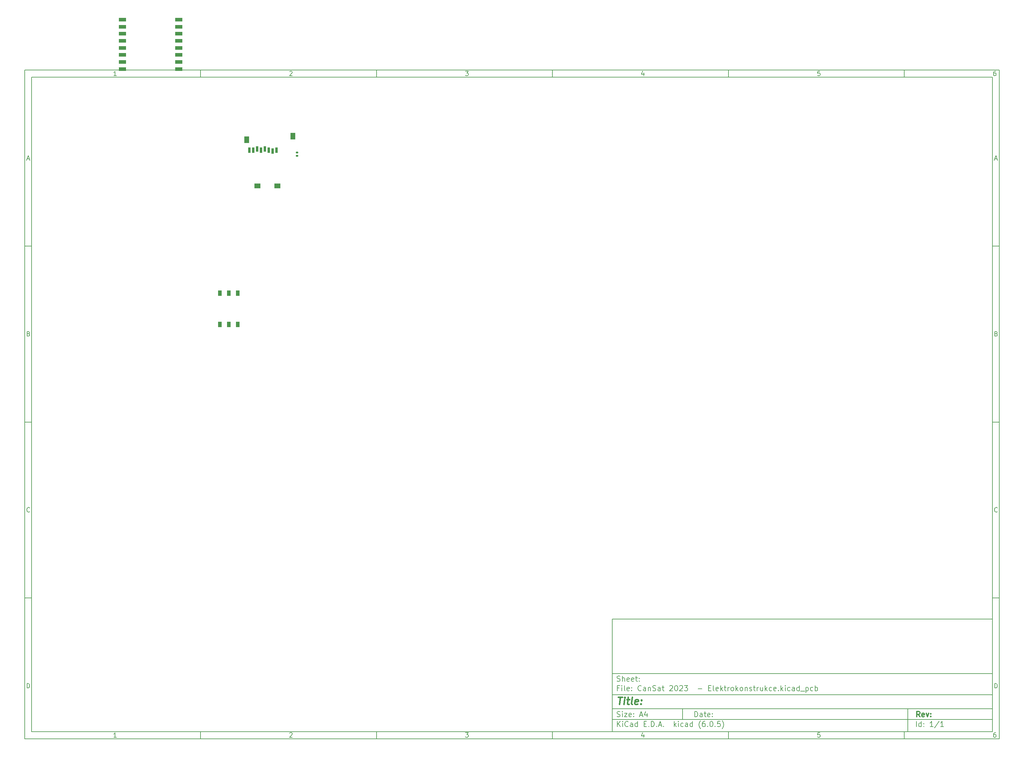
<source format=gbr>
%TF.GenerationSoftware,KiCad,Pcbnew,(6.0.5)*%
%TF.CreationDate,2022-11-07T11:26:13+01:00*%
%TF.ProjectId,CanSat 2023  - Elektrokonstrukce,43616e53-6174-4203-9230-323320202d20,rev?*%
%TF.SameCoordinates,Original*%
%TF.FileFunction,Paste,Bot*%
%TF.FilePolarity,Positive*%
%FSLAX46Y46*%
G04 Gerber Fmt 4.6, Leading zero omitted, Abs format (unit mm)*
G04 Created by KiCad (PCBNEW (6.0.5)) date 2022-11-07 11:26:13*
%MOMM*%
%LPD*%
G01*
G04 APERTURE LIST*
G04 Aperture macros list*
%AMRoundRect*
0 Rectangle with rounded corners*
0 $1 Rounding radius*
0 $2 $3 $4 $5 $6 $7 $8 $9 X,Y pos of 4 corners*
0 Add a 4 corners polygon primitive as box body*
4,1,4,$2,$3,$4,$5,$6,$7,$8,$9,$2,$3,0*
0 Add four circle primitives for the rounded corners*
1,1,$1+$1,$2,$3*
1,1,$1+$1,$4,$5*
1,1,$1+$1,$6,$7*
1,1,$1+$1,$8,$9*
0 Add four rect primitives between the rounded corners*
20,1,$1+$1,$2,$3,$4,$5,0*
20,1,$1+$1,$4,$5,$6,$7,0*
20,1,$1+$1,$6,$7,$8,$9,0*
20,1,$1+$1,$8,$9,$2,$3,0*%
G04 Aperture macros list end*
%ADD10C,0.100000*%
%ADD11C,0.150000*%
%ADD12C,0.300000*%
%ADD13C,0.400000*%
%ADD14R,0.800000X1.500000*%
%ADD15R,1.800000X1.400000*%
%ADD16R,1.450000X1.900000*%
%ADD17RoundRect,0.140000X-0.170000X0.140000X-0.170000X-0.140000X0.170000X-0.140000X0.170000X0.140000X0*%
%ADD18R,1.100000X1.500000*%
%ADD19R,2.000000X1.000000*%
G04 APERTURE END LIST*
D10*
D11*
X177002200Y-166007200D02*
X177002200Y-198007200D01*
X285002200Y-198007200D01*
X285002200Y-166007200D01*
X177002200Y-166007200D01*
D10*
D11*
X10000000Y-10000000D02*
X10000000Y-200007200D01*
X287002200Y-200007200D01*
X287002200Y-10000000D01*
X10000000Y-10000000D01*
D10*
D11*
X12000000Y-12000000D02*
X12000000Y-198007200D01*
X285002200Y-198007200D01*
X285002200Y-12000000D01*
X12000000Y-12000000D01*
D10*
D11*
X60000000Y-12000000D02*
X60000000Y-10000000D01*
D10*
D11*
X110000000Y-12000000D02*
X110000000Y-10000000D01*
D10*
D11*
X160000000Y-12000000D02*
X160000000Y-10000000D01*
D10*
D11*
X210000000Y-12000000D02*
X210000000Y-10000000D01*
D10*
D11*
X260000000Y-12000000D02*
X260000000Y-10000000D01*
D10*
D11*
X36065476Y-11588095D02*
X35322619Y-11588095D01*
X35694047Y-11588095D02*
X35694047Y-10288095D01*
X35570238Y-10473809D01*
X35446428Y-10597619D01*
X35322619Y-10659523D01*
D10*
D11*
X85322619Y-10411904D02*
X85384523Y-10350000D01*
X85508333Y-10288095D01*
X85817857Y-10288095D01*
X85941666Y-10350000D01*
X86003571Y-10411904D01*
X86065476Y-10535714D01*
X86065476Y-10659523D01*
X86003571Y-10845238D01*
X85260714Y-11588095D01*
X86065476Y-11588095D01*
D10*
D11*
X135260714Y-10288095D02*
X136065476Y-10288095D01*
X135632142Y-10783333D01*
X135817857Y-10783333D01*
X135941666Y-10845238D01*
X136003571Y-10907142D01*
X136065476Y-11030952D01*
X136065476Y-11340476D01*
X136003571Y-11464285D01*
X135941666Y-11526190D01*
X135817857Y-11588095D01*
X135446428Y-11588095D01*
X135322619Y-11526190D01*
X135260714Y-11464285D01*
D10*
D11*
X185941666Y-10721428D02*
X185941666Y-11588095D01*
X185632142Y-10226190D02*
X185322619Y-11154761D01*
X186127380Y-11154761D01*
D10*
D11*
X236003571Y-10288095D02*
X235384523Y-10288095D01*
X235322619Y-10907142D01*
X235384523Y-10845238D01*
X235508333Y-10783333D01*
X235817857Y-10783333D01*
X235941666Y-10845238D01*
X236003571Y-10907142D01*
X236065476Y-11030952D01*
X236065476Y-11340476D01*
X236003571Y-11464285D01*
X235941666Y-11526190D01*
X235817857Y-11588095D01*
X235508333Y-11588095D01*
X235384523Y-11526190D01*
X235322619Y-11464285D01*
D10*
D11*
X285941666Y-10288095D02*
X285694047Y-10288095D01*
X285570238Y-10350000D01*
X285508333Y-10411904D01*
X285384523Y-10597619D01*
X285322619Y-10845238D01*
X285322619Y-11340476D01*
X285384523Y-11464285D01*
X285446428Y-11526190D01*
X285570238Y-11588095D01*
X285817857Y-11588095D01*
X285941666Y-11526190D01*
X286003571Y-11464285D01*
X286065476Y-11340476D01*
X286065476Y-11030952D01*
X286003571Y-10907142D01*
X285941666Y-10845238D01*
X285817857Y-10783333D01*
X285570238Y-10783333D01*
X285446428Y-10845238D01*
X285384523Y-10907142D01*
X285322619Y-11030952D01*
D10*
D11*
X60000000Y-198007200D02*
X60000000Y-200007200D01*
D10*
D11*
X110000000Y-198007200D02*
X110000000Y-200007200D01*
D10*
D11*
X160000000Y-198007200D02*
X160000000Y-200007200D01*
D10*
D11*
X210000000Y-198007200D02*
X210000000Y-200007200D01*
D10*
D11*
X260000000Y-198007200D02*
X260000000Y-200007200D01*
D10*
D11*
X36065476Y-199595295D02*
X35322619Y-199595295D01*
X35694047Y-199595295D02*
X35694047Y-198295295D01*
X35570238Y-198481009D01*
X35446428Y-198604819D01*
X35322619Y-198666723D01*
D10*
D11*
X85322619Y-198419104D02*
X85384523Y-198357200D01*
X85508333Y-198295295D01*
X85817857Y-198295295D01*
X85941666Y-198357200D01*
X86003571Y-198419104D01*
X86065476Y-198542914D01*
X86065476Y-198666723D01*
X86003571Y-198852438D01*
X85260714Y-199595295D01*
X86065476Y-199595295D01*
D10*
D11*
X135260714Y-198295295D02*
X136065476Y-198295295D01*
X135632142Y-198790533D01*
X135817857Y-198790533D01*
X135941666Y-198852438D01*
X136003571Y-198914342D01*
X136065476Y-199038152D01*
X136065476Y-199347676D01*
X136003571Y-199471485D01*
X135941666Y-199533390D01*
X135817857Y-199595295D01*
X135446428Y-199595295D01*
X135322619Y-199533390D01*
X135260714Y-199471485D01*
D10*
D11*
X185941666Y-198728628D02*
X185941666Y-199595295D01*
X185632142Y-198233390D02*
X185322619Y-199161961D01*
X186127380Y-199161961D01*
D10*
D11*
X236003571Y-198295295D02*
X235384523Y-198295295D01*
X235322619Y-198914342D01*
X235384523Y-198852438D01*
X235508333Y-198790533D01*
X235817857Y-198790533D01*
X235941666Y-198852438D01*
X236003571Y-198914342D01*
X236065476Y-199038152D01*
X236065476Y-199347676D01*
X236003571Y-199471485D01*
X235941666Y-199533390D01*
X235817857Y-199595295D01*
X235508333Y-199595295D01*
X235384523Y-199533390D01*
X235322619Y-199471485D01*
D10*
D11*
X285941666Y-198295295D02*
X285694047Y-198295295D01*
X285570238Y-198357200D01*
X285508333Y-198419104D01*
X285384523Y-198604819D01*
X285322619Y-198852438D01*
X285322619Y-199347676D01*
X285384523Y-199471485D01*
X285446428Y-199533390D01*
X285570238Y-199595295D01*
X285817857Y-199595295D01*
X285941666Y-199533390D01*
X286003571Y-199471485D01*
X286065476Y-199347676D01*
X286065476Y-199038152D01*
X286003571Y-198914342D01*
X285941666Y-198852438D01*
X285817857Y-198790533D01*
X285570238Y-198790533D01*
X285446428Y-198852438D01*
X285384523Y-198914342D01*
X285322619Y-199038152D01*
D10*
D11*
X10000000Y-60000000D02*
X12000000Y-60000000D01*
D10*
D11*
X10000000Y-110000000D02*
X12000000Y-110000000D01*
D10*
D11*
X10000000Y-160000000D02*
X12000000Y-160000000D01*
D10*
D11*
X10690476Y-35216666D02*
X11309523Y-35216666D01*
X10566666Y-35588095D02*
X11000000Y-34288095D01*
X11433333Y-35588095D01*
D10*
D11*
X11092857Y-84907142D02*
X11278571Y-84969047D01*
X11340476Y-85030952D01*
X11402380Y-85154761D01*
X11402380Y-85340476D01*
X11340476Y-85464285D01*
X11278571Y-85526190D01*
X11154761Y-85588095D01*
X10659523Y-85588095D01*
X10659523Y-84288095D01*
X11092857Y-84288095D01*
X11216666Y-84350000D01*
X11278571Y-84411904D01*
X11340476Y-84535714D01*
X11340476Y-84659523D01*
X11278571Y-84783333D01*
X11216666Y-84845238D01*
X11092857Y-84907142D01*
X10659523Y-84907142D01*
D10*
D11*
X11402380Y-135464285D02*
X11340476Y-135526190D01*
X11154761Y-135588095D01*
X11030952Y-135588095D01*
X10845238Y-135526190D01*
X10721428Y-135402380D01*
X10659523Y-135278571D01*
X10597619Y-135030952D01*
X10597619Y-134845238D01*
X10659523Y-134597619D01*
X10721428Y-134473809D01*
X10845238Y-134350000D01*
X11030952Y-134288095D01*
X11154761Y-134288095D01*
X11340476Y-134350000D01*
X11402380Y-134411904D01*
D10*
D11*
X10659523Y-185588095D02*
X10659523Y-184288095D01*
X10969047Y-184288095D01*
X11154761Y-184350000D01*
X11278571Y-184473809D01*
X11340476Y-184597619D01*
X11402380Y-184845238D01*
X11402380Y-185030952D01*
X11340476Y-185278571D01*
X11278571Y-185402380D01*
X11154761Y-185526190D01*
X10969047Y-185588095D01*
X10659523Y-185588095D01*
D10*
D11*
X287002200Y-60000000D02*
X285002200Y-60000000D01*
D10*
D11*
X287002200Y-110000000D02*
X285002200Y-110000000D01*
D10*
D11*
X287002200Y-160000000D02*
X285002200Y-160000000D01*
D10*
D11*
X285692676Y-35216666D02*
X286311723Y-35216666D01*
X285568866Y-35588095D02*
X286002200Y-34288095D01*
X286435533Y-35588095D01*
D10*
D11*
X286095057Y-84907142D02*
X286280771Y-84969047D01*
X286342676Y-85030952D01*
X286404580Y-85154761D01*
X286404580Y-85340476D01*
X286342676Y-85464285D01*
X286280771Y-85526190D01*
X286156961Y-85588095D01*
X285661723Y-85588095D01*
X285661723Y-84288095D01*
X286095057Y-84288095D01*
X286218866Y-84350000D01*
X286280771Y-84411904D01*
X286342676Y-84535714D01*
X286342676Y-84659523D01*
X286280771Y-84783333D01*
X286218866Y-84845238D01*
X286095057Y-84907142D01*
X285661723Y-84907142D01*
D10*
D11*
X286404580Y-135464285D02*
X286342676Y-135526190D01*
X286156961Y-135588095D01*
X286033152Y-135588095D01*
X285847438Y-135526190D01*
X285723628Y-135402380D01*
X285661723Y-135278571D01*
X285599819Y-135030952D01*
X285599819Y-134845238D01*
X285661723Y-134597619D01*
X285723628Y-134473809D01*
X285847438Y-134350000D01*
X286033152Y-134288095D01*
X286156961Y-134288095D01*
X286342676Y-134350000D01*
X286404580Y-134411904D01*
D10*
D11*
X285661723Y-185588095D02*
X285661723Y-184288095D01*
X285971247Y-184288095D01*
X286156961Y-184350000D01*
X286280771Y-184473809D01*
X286342676Y-184597619D01*
X286404580Y-184845238D01*
X286404580Y-185030952D01*
X286342676Y-185278571D01*
X286280771Y-185402380D01*
X286156961Y-185526190D01*
X285971247Y-185588095D01*
X285661723Y-185588095D01*
D10*
D11*
X200434342Y-193785771D02*
X200434342Y-192285771D01*
X200791485Y-192285771D01*
X201005771Y-192357200D01*
X201148628Y-192500057D01*
X201220057Y-192642914D01*
X201291485Y-192928628D01*
X201291485Y-193142914D01*
X201220057Y-193428628D01*
X201148628Y-193571485D01*
X201005771Y-193714342D01*
X200791485Y-193785771D01*
X200434342Y-193785771D01*
X202577200Y-193785771D02*
X202577200Y-193000057D01*
X202505771Y-192857200D01*
X202362914Y-192785771D01*
X202077200Y-192785771D01*
X201934342Y-192857200D01*
X202577200Y-193714342D02*
X202434342Y-193785771D01*
X202077200Y-193785771D01*
X201934342Y-193714342D01*
X201862914Y-193571485D01*
X201862914Y-193428628D01*
X201934342Y-193285771D01*
X202077200Y-193214342D01*
X202434342Y-193214342D01*
X202577200Y-193142914D01*
X203077200Y-192785771D02*
X203648628Y-192785771D01*
X203291485Y-192285771D02*
X203291485Y-193571485D01*
X203362914Y-193714342D01*
X203505771Y-193785771D01*
X203648628Y-193785771D01*
X204720057Y-193714342D02*
X204577200Y-193785771D01*
X204291485Y-193785771D01*
X204148628Y-193714342D01*
X204077200Y-193571485D01*
X204077200Y-193000057D01*
X204148628Y-192857200D01*
X204291485Y-192785771D01*
X204577200Y-192785771D01*
X204720057Y-192857200D01*
X204791485Y-193000057D01*
X204791485Y-193142914D01*
X204077200Y-193285771D01*
X205434342Y-193642914D02*
X205505771Y-193714342D01*
X205434342Y-193785771D01*
X205362914Y-193714342D01*
X205434342Y-193642914D01*
X205434342Y-193785771D01*
X205434342Y-192857200D02*
X205505771Y-192928628D01*
X205434342Y-193000057D01*
X205362914Y-192928628D01*
X205434342Y-192857200D01*
X205434342Y-193000057D01*
D10*
D11*
X177002200Y-194507200D02*
X285002200Y-194507200D01*
D10*
D11*
X178434342Y-196585771D02*
X178434342Y-195085771D01*
X179291485Y-196585771D02*
X178648628Y-195728628D01*
X179291485Y-195085771D02*
X178434342Y-195942914D01*
X179934342Y-196585771D02*
X179934342Y-195585771D01*
X179934342Y-195085771D02*
X179862914Y-195157200D01*
X179934342Y-195228628D01*
X180005771Y-195157200D01*
X179934342Y-195085771D01*
X179934342Y-195228628D01*
X181505771Y-196442914D02*
X181434342Y-196514342D01*
X181220057Y-196585771D01*
X181077200Y-196585771D01*
X180862914Y-196514342D01*
X180720057Y-196371485D01*
X180648628Y-196228628D01*
X180577200Y-195942914D01*
X180577200Y-195728628D01*
X180648628Y-195442914D01*
X180720057Y-195300057D01*
X180862914Y-195157200D01*
X181077200Y-195085771D01*
X181220057Y-195085771D01*
X181434342Y-195157200D01*
X181505771Y-195228628D01*
X182791485Y-196585771D02*
X182791485Y-195800057D01*
X182720057Y-195657200D01*
X182577200Y-195585771D01*
X182291485Y-195585771D01*
X182148628Y-195657200D01*
X182791485Y-196514342D02*
X182648628Y-196585771D01*
X182291485Y-196585771D01*
X182148628Y-196514342D01*
X182077200Y-196371485D01*
X182077200Y-196228628D01*
X182148628Y-196085771D01*
X182291485Y-196014342D01*
X182648628Y-196014342D01*
X182791485Y-195942914D01*
X184148628Y-196585771D02*
X184148628Y-195085771D01*
X184148628Y-196514342D02*
X184005771Y-196585771D01*
X183720057Y-196585771D01*
X183577200Y-196514342D01*
X183505771Y-196442914D01*
X183434342Y-196300057D01*
X183434342Y-195871485D01*
X183505771Y-195728628D01*
X183577200Y-195657200D01*
X183720057Y-195585771D01*
X184005771Y-195585771D01*
X184148628Y-195657200D01*
X186005771Y-195800057D02*
X186505771Y-195800057D01*
X186720057Y-196585771D02*
X186005771Y-196585771D01*
X186005771Y-195085771D01*
X186720057Y-195085771D01*
X187362914Y-196442914D02*
X187434342Y-196514342D01*
X187362914Y-196585771D01*
X187291485Y-196514342D01*
X187362914Y-196442914D01*
X187362914Y-196585771D01*
X188077200Y-196585771D02*
X188077200Y-195085771D01*
X188434342Y-195085771D01*
X188648628Y-195157200D01*
X188791485Y-195300057D01*
X188862914Y-195442914D01*
X188934342Y-195728628D01*
X188934342Y-195942914D01*
X188862914Y-196228628D01*
X188791485Y-196371485D01*
X188648628Y-196514342D01*
X188434342Y-196585771D01*
X188077200Y-196585771D01*
X189577200Y-196442914D02*
X189648628Y-196514342D01*
X189577200Y-196585771D01*
X189505771Y-196514342D01*
X189577200Y-196442914D01*
X189577200Y-196585771D01*
X190220057Y-196157200D02*
X190934342Y-196157200D01*
X190077200Y-196585771D02*
X190577200Y-195085771D01*
X191077200Y-196585771D01*
X191577200Y-196442914D02*
X191648628Y-196514342D01*
X191577200Y-196585771D01*
X191505771Y-196514342D01*
X191577200Y-196442914D01*
X191577200Y-196585771D01*
X194577200Y-196585771D02*
X194577200Y-195085771D01*
X194720057Y-196014342D02*
X195148628Y-196585771D01*
X195148628Y-195585771D02*
X194577200Y-196157200D01*
X195791485Y-196585771D02*
X195791485Y-195585771D01*
X195791485Y-195085771D02*
X195720057Y-195157200D01*
X195791485Y-195228628D01*
X195862914Y-195157200D01*
X195791485Y-195085771D01*
X195791485Y-195228628D01*
X197148628Y-196514342D02*
X197005771Y-196585771D01*
X196720057Y-196585771D01*
X196577200Y-196514342D01*
X196505771Y-196442914D01*
X196434342Y-196300057D01*
X196434342Y-195871485D01*
X196505771Y-195728628D01*
X196577200Y-195657200D01*
X196720057Y-195585771D01*
X197005771Y-195585771D01*
X197148628Y-195657200D01*
X198434342Y-196585771D02*
X198434342Y-195800057D01*
X198362914Y-195657200D01*
X198220057Y-195585771D01*
X197934342Y-195585771D01*
X197791485Y-195657200D01*
X198434342Y-196514342D02*
X198291485Y-196585771D01*
X197934342Y-196585771D01*
X197791485Y-196514342D01*
X197720057Y-196371485D01*
X197720057Y-196228628D01*
X197791485Y-196085771D01*
X197934342Y-196014342D01*
X198291485Y-196014342D01*
X198434342Y-195942914D01*
X199791485Y-196585771D02*
X199791485Y-195085771D01*
X199791485Y-196514342D02*
X199648628Y-196585771D01*
X199362914Y-196585771D01*
X199220057Y-196514342D01*
X199148628Y-196442914D01*
X199077200Y-196300057D01*
X199077200Y-195871485D01*
X199148628Y-195728628D01*
X199220057Y-195657200D01*
X199362914Y-195585771D01*
X199648628Y-195585771D01*
X199791485Y-195657200D01*
X202077200Y-197157200D02*
X202005771Y-197085771D01*
X201862914Y-196871485D01*
X201791485Y-196728628D01*
X201720057Y-196514342D01*
X201648628Y-196157200D01*
X201648628Y-195871485D01*
X201720057Y-195514342D01*
X201791485Y-195300057D01*
X201862914Y-195157200D01*
X202005771Y-194942914D01*
X202077200Y-194871485D01*
X203291485Y-195085771D02*
X203005771Y-195085771D01*
X202862914Y-195157200D01*
X202791485Y-195228628D01*
X202648628Y-195442914D01*
X202577200Y-195728628D01*
X202577200Y-196300057D01*
X202648628Y-196442914D01*
X202720057Y-196514342D01*
X202862914Y-196585771D01*
X203148628Y-196585771D01*
X203291485Y-196514342D01*
X203362914Y-196442914D01*
X203434342Y-196300057D01*
X203434342Y-195942914D01*
X203362914Y-195800057D01*
X203291485Y-195728628D01*
X203148628Y-195657200D01*
X202862914Y-195657200D01*
X202720057Y-195728628D01*
X202648628Y-195800057D01*
X202577200Y-195942914D01*
X204077200Y-196442914D02*
X204148628Y-196514342D01*
X204077200Y-196585771D01*
X204005771Y-196514342D01*
X204077200Y-196442914D01*
X204077200Y-196585771D01*
X205077200Y-195085771D02*
X205220057Y-195085771D01*
X205362914Y-195157200D01*
X205434342Y-195228628D01*
X205505771Y-195371485D01*
X205577200Y-195657200D01*
X205577200Y-196014342D01*
X205505771Y-196300057D01*
X205434342Y-196442914D01*
X205362914Y-196514342D01*
X205220057Y-196585771D01*
X205077200Y-196585771D01*
X204934342Y-196514342D01*
X204862914Y-196442914D01*
X204791485Y-196300057D01*
X204720057Y-196014342D01*
X204720057Y-195657200D01*
X204791485Y-195371485D01*
X204862914Y-195228628D01*
X204934342Y-195157200D01*
X205077200Y-195085771D01*
X206220057Y-196442914D02*
X206291485Y-196514342D01*
X206220057Y-196585771D01*
X206148628Y-196514342D01*
X206220057Y-196442914D01*
X206220057Y-196585771D01*
X207648628Y-195085771D02*
X206934342Y-195085771D01*
X206862914Y-195800057D01*
X206934342Y-195728628D01*
X207077200Y-195657200D01*
X207434342Y-195657200D01*
X207577200Y-195728628D01*
X207648628Y-195800057D01*
X207720057Y-195942914D01*
X207720057Y-196300057D01*
X207648628Y-196442914D01*
X207577200Y-196514342D01*
X207434342Y-196585771D01*
X207077200Y-196585771D01*
X206934342Y-196514342D01*
X206862914Y-196442914D01*
X208220057Y-197157200D02*
X208291485Y-197085771D01*
X208434342Y-196871485D01*
X208505771Y-196728628D01*
X208577200Y-196514342D01*
X208648628Y-196157200D01*
X208648628Y-195871485D01*
X208577200Y-195514342D01*
X208505771Y-195300057D01*
X208434342Y-195157200D01*
X208291485Y-194942914D01*
X208220057Y-194871485D01*
D10*
D11*
X177002200Y-191507200D02*
X285002200Y-191507200D01*
D10*
D12*
X264411485Y-193785771D02*
X263911485Y-193071485D01*
X263554342Y-193785771D02*
X263554342Y-192285771D01*
X264125771Y-192285771D01*
X264268628Y-192357200D01*
X264340057Y-192428628D01*
X264411485Y-192571485D01*
X264411485Y-192785771D01*
X264340057Y-192928628D01*
X264268628Y-193000057D01*
X264125771Y-193071485D01*
X263554342Y-193071485D01*
X265625771Y-193714342D02*
X265482914Y-193785771D01*
X265197200Y-193785771D01*
X265054342Y-193714342D01*
X264982914Y-193571485D01*
X264982914Y-193000057D01*
X265054342Y-192857200D01*
X265197200Y-192785771D01*
X265482914Y-192785771D01*
X265625771Y-192857200D01*
X265697200Y-193000057D01*
X265697200Y-193142914D01*
X264982914Y-193285771D01*
X266197200Y-192785771D02*
X266554342Y-193785771D01*
X266911485Y-192785771D01*
X267482914Y-193642914D02*
X267554342Y-193714342D01*
X267482914Y-193785771D01*
X267411485Y-193714342D01*
X267482914Y-193642914D01*
X267482914Y-193785771D01*
X267482914Y-192857200D02*
X267554342Y-192928628D01*
X267482914Y-193000057D01*
X267411485Y-192928628D01*
X267482914Y-192857200D01*
X267482914Y-193000057D01*
D10*
D11*
X178362914Y-193714342D02*
X178577200Y-193785771D01*
X178934342Y-193785771D01*
X179077200Y-193714342D01*
X179148628Y-193642914D01*
X179220057Y-193500057D01*
X179220057Y-193357200D01*
X179148628Y-193214342D01*
X179077200Y-193142914D01*
X178934342Y-193071485D01*
X178648628Y-193000057D01*
X178505771Y-192928628D01*
X178434342Y-192857200D01*
X178362914Y-192714342D01*
X178362914Y-192571485D01*
X178434342Y-192428628D01*
X178505771Y-192357200D01*
X178648628Y-192285771D01*
X179005771Y-192285771D01*
X179220057Y-192357200D01*
X179862914Y-193785771D02*
X179862914Y-192785771D01*
X179862914Y-192285771D02*
X179791485Y-192357200D01*
X179862914Y-192428628D01*
X179934342Y-192357200D01*
X179862914Y-192285771D01*
X179862914Y-192428628D01*
X180434342Y-192785771D02*
X181220057Y-192785771D01*
X180434342Y-193785771D01*
X181220057Y-193785771D01*
X182362914Y-193714342D02*
X182220057Y-193785771D01*
X181934342Y-193785771D01*
X181791485Y-193714342D01*
X181720057Y-193571485D01*
X181720057Y-193000057D01*
X181791485Y-192857200D01*
X181934342Y-192785771D01*
X182220057Y-192785771D01*
X182362914Y-192857200D01*
X182434342Y-193000057D01*
X182434342Y-193142914D01*
X181720057Y-193285771D01*
X183077200Y-193642914D02*
X183148628Y-193714342D01*
X183077200Y-193785771D01*
X183005771Y-193714342D01*
X183077200Y-193642914D01*
X183077200Y-193785771D01*
X183077200Y-192857200D02*
X183148628Y-192928628D01*
X183077200Y-193000057D01*
X183005771Y-192928628D01*
X183077200Y-192857200D01*
X183077200Y-193000057D01*
X184862914Y-193357200D02*
X185577200Y-193357200D01*
X184720057Y-193785771D02*
X185220057Y-192285771D01*
X185720057Y-193785771D01*
X186862914Y-192785771D02*
X186862914Y-193785771D01*
X186505771Y-192214342D02*
X186148628Y-193285771D01*
X187077200Y-193285771D01*
D10*
D11*
X263434342Y-196585771D02*
X263434342Y-195085771D01*
X264791485Y-196585771D02*
X264791485Y-195085771D01*
X264791485Y-196514342D02*
X264648628Y-196585771D01*
X264362914Y-196585771D01*
X264220057Y-196514342D01*
X264148628Y-196442914D01*
X264077200Y-196300057D01*
X264077200Y-195871485D01*
X264148628Y-195728628D01*
X264220057Y-195657200D01*
X264362914Y-195585771D01*
X264648628Y-195585771D01*
X264791485Y-195657200D01*
X265505771Y-196442914D02*
X265577200Y-196514342D01*
X265505771Y-196585771D01*
X265434342Y-196514342D01*
X265505771Y-196442914D01*
X265505771Y-196585771D01*
X265505771Y-195657200D02*
X265577200Y-195728628D01*
X265505771Y-195800057D01*
X265434342Y-195728628D01*
X265505771Y-195657200D01*
X265505771Y-195800057D01*
X268148628Y-196585771D02*
X267291485Y-196585771D01*
X267720057Y-196585771D02*
X267720057Y-195085771D01*
X267577200Y-195300057D01*
X267434342Y-195442914D01*
X267291485Y-195514342D01*
X269862914Y-195014342D02*
X268577200Y-196942914D01*
X271148628Y-196585771D02*
X270291485Y-196585771D01*
X270720057Y-196585771D02*
X270720057Y-195085771D01*
X270577200Y-195300057D01*
X270434342Y-195442914D01*
X270291485Y-195514342D01*
D10*
D11*
X177002200Y-187507200D02*
X285002200Y-187507200D01*
D10*
D13*
X178714580Y-188211961D02*
X179857438Y-188211961D01*
X179036009Y-190211961D02*
X179286009Y-188211961D01*
X180274104Y-190211961D02*
X180440771Y-188878628D01*
X180524104Y-188211961D02*
X180416961Y-188307200D01*
X180500295Y-188402438D01*
X180607438Y-188307200D01*
X180524104Y-188211961D01*
X180500295Y-188402438D01*
X181107438Y-188878628D02*
X181869342Y-188878628D01*
X181476485Y-188211961D02*
X181262200Y-189926247D01*
X181333628Y-190116723D01*
X181512200Y-190211961D01*
X181702676Y-190211961D01*
X182655057Y-190211961D02*
X182476485Y-190116723D01*
X182405057Y-189926247D01*
X182619342Y-188211961D01*
X184190771Y-190116723D02*
X183988390Y-190211961D01*
X183607438Y-190211961D01*
X183428866Y-190116723D01*
X183357438Y-189926247D01*
X183452676Y-189164342D01*
X183571723Y-188973866D01*
X183774104Y-188878628D01*
X184155057Y-188878628D01*
X184333628Y-188973866D01*
X184405057Y-189164342D01*
X184381247Y-189354819D01*
X183405057Y-189545295D01*
X185155057Y-190021485D02*
X185238390Y-190116723D01*
X185131247Y-190211961D01*
X185047914Y-190116723D01*
X185155057Y-190021485D01*
X185131247Y-190211961D01*
X185286009Y-188973866D02*
X185369342Y-189069104D01*
X185262200Y-189164342D01*
X185178866Y-189069104D01*
X185286009Y-188973866D01*
X185262200Y-189164342D01*
D10*
D11*
X178934342Y-185600057D02*
X178434342Y-185600057D01*
X178434342Y-186385771D02*
X178434342Y-184885771D01*
X179148628Y-184885771D01*
X179720057Y-186385771D02*
X179720057Y-185385771D01*
X179720057Y-184885771D02*
X179648628Y-184957200D01*
X179720057Y-185028628D01*
X179791485Y-184957200D01*
X179720057Y-184885771D01*
X179720057Y-185028628D01*
X180648628Y-186385771D02*
X180505771Y-186314342D01*
X180434342Y-186171485D01*
X180434342Y-184885771D01*
X181791485Y-186314342D02*
X181648628Y-186385771D01*
X181362914Y-186385771D01*
X181220057Y-186314342D01*
X181148628Y-186171485D01*
X181148628Y-185600057D01*
X181220057Y-185457200D01*
X181362914Y-185385771D01*
X181648628Y-185385771D01*
X181791485Y-185457200D01*
X181862914Y-185600057D01*
X181862914Y-185742914D01*
X181148628Y-185885771D01*
X182505771Y-186242914D02*
X182577200Y-186314342D01*
X182505771Y-186385771D01*
X182434342Y-186314342D01*
X182505771Y-186242914D01*
X182505771Y-186385771D01*
X182505771Y-185457200D02*
X182577200Y-185528628D01*
X182505771Y-185600057D01*
X182434342Y-185528628D01*
X182505771Y-185457200D01*
X182505771Y-185600057D01*
X185220057Y-186242914D02*
X185148628Y-186314342D01*
X184934342Y-186385771D01*
X184791485Y-186385771D01*
X184577200Y-186314342D01*
X184434342Y-186171485D01*
X184362914Y-186028628D01*
X184291485Y-185742914D01*
X184291485Y-185528628D01*
X184362914Y-185242914D01*
X184434342Y-185100057D01*
X184577200Y-184957200D01*
X184791485Y-184885771D01*
X184934342Y-184885771D01*
X185148628Y-184957200D01*
X185220057Y-185028628D01*
X186505771Y-186385771D02*
X186505771Y-185600057D01*
X186434342Y-185457200D01*
X186291485Y-185385771D01*
X186005771Y-185385771D01*
X185862914Y-185457200D01*
X186505771Y-186314342D02*
X186362914Y-186385771D01*
X186005771Y-186385771D01*
X185862914Y-186314342D01*
X185791485Y-186171485D01*
X185791485Y-186028628D01*
X185862914Y-185885771D01*
X186005771Y-185814342D01*
X186362914Y-185814342D01*
X186505771Y-185742914D01*
X187220057Y-185385771D02*
X187220057Y-186385771D01*
X187220057Y-185528628D02*
X187291485Y-185457200D01*
X187434342Y-185385771D01*
X187648628Y-185385771D01*
X187791485Y-185457200D01*
X187862914Y-185600057D01*
X187862914Y-186385771D01*
X188505771Y-186314342D02*
X188720057Y-186385771D01*
X189077200Y-186385771D01*
X189220057Y-186314342D01*
X189291485Y-186242914D01*
X189362914Y-186100057D01*
X189362914Y-185957200D01*
X189291485Y-185814342D01*
X189220057Y-185742914D01*
X189077200Y-185671485D01*
X188791485Y-185600057D01*
X188648628Y-185528628D01*
X188577200Y-185457200D01*
X188505771Y-185314342D01*
X188505771Y-185171485D01*
X188577200Y-185028628D01*
X188648628Y-184957200D01*
X188791485Y-184885771D01*
X189148628Y-184885771D01*
X189362914Y-184957200D01*
X190648628Y-186385771D02*
X190648628Y-185600057D01*
X190577200Y-185457200D01*
X190434342Y-185385771D01*
X190148628Y-185385771D01*
X190005771Y-185457200D01*
X190648628Y-186314342D02*
X190505771Y-186385771D01*
X190148628Y-186385771D01*
X190005771Y-186314342D01*
X189934342Y-186171485D01*
X189934342Y-186028628D01*
X190005771Y-185885771D01*
X190148628Y-185814342D01*
X190505771Y-185814342D01*
X190648628Y-185742914D01*
X191148628Y-185385771D02*
X191720057Y-185385771D01*
X191362914Y-184885771D02*
X191362914Y-186171485D01*
X191434342Y-186314342D01*
X191577200Y-186385771D01*
X191720057Y-186385771D01*
X193291485Y-185028628D02*
X193362914Y-184957200D01*
X193505771Y-184885771D01*
X193862914Y-184885771D01*
X194005771Y-184957200D01*
X194077200Y-185028628D01*
X194148628Y-185171485D01*
X194148628Y-185314342D01*
X194077200Y-185528628D01*
X193220057Y-186385771D01*
X194148628Y-186385771D01*
X195077200Y-184885771D02*
X195220057Y-184885771D01*
X195362914Y-184957200D01*
X195434342Y-185028628D01*
X195505771Y-185171485D01*
X195577200Y-185457200D01*
X195577200Y-185814342D01*
X195505771Y-186100057D01*
X195434342Y-186242914D01*
X195362914Y-186314342D01*
X195220057Y-186385771D01*
X195077200Y-186385771D01*
X194934342Y-186314342D01*
X194862914Y-186242914D01*
X194791485Y-186100057D01*
X194720057Y-185814342D01*
X194720057Y-185457200D01*
X194791485Y-185171485D01*
X194862914Y-185028628D01*
X194934342Y-184957200D01*
X195077200Y-184885771D01*
X196148628Y-185028628D02*
X196220057Y-184957200D01*
X196362914Y-184885771D01*
X196720057Y-184885771D01*
X196862914Y-184957200D01*
X196934342Y-185028628D01*
X197005771Y-185171485D01*
X197005771Y-185314342D01*
X196934342Y-185528628D01*
X196077200Y-186385771D01*
X197005771Y-186385771D01*
X197505771Y-184885771D02*
X198434342Y-184885771D01*
X197934342Y-185457200D01*
X198148628Y-185457200D01*
X198291485Y-185528628D01*
X198362914Y-185600057D01*
X198434342Y-185742914D01*
X198434342Y-186100057D01*
X198362914Y-186242914D01*
X198291485Y-186314342D01*
X198148628Y-186385771D01*
X197720057Y-186385771D01*
X197577200Y-186314342D01*
X197505771Y-186242914D01*
X201362914Y-185814342D02*
X202505771Y-185814342D01*
X204362914Y-185600057D02*
X204862914Y-185600057D01*
X205077200Y-186385771D02*
X204362914Y-186385771D01*
X204362914Y-184885771D01*
X205077200Y-184885771D01*
X205934342Y-186385771D02*
X205791485Y-186314342D01*
X205720057Y-186171485D01*
X205720057Y-184885771D01*
X207077200Y-186314342D02*
X206934342Y-186385771D01*
X206648628Y-186385771D01*
X206505771Y-186314342D01*
X206434342Y-186171485D01*
X206434342Y-185600057D01*
X206505771Y-185457200D01*
X206648628Y-185385771D01*
X206934342Y-185385771D01*
X207077200Y-185457200D01*
X207148628Y-185600057D01*
X207148628Y-185742914D01*
X206434342Y-185885771D01*
X207791485Y-186385771D02*
X207791485Y-184885771D01*
X207934342Y-185814342D02*
X208362914Y-186385771D01*
X208362914Y-185385771D02*
X207791485Y-185957200D01*
X208791485Y-185385771D02*
X209362914Y-185385771D01*
X209005771Y-184885771D02*
X209005771Y-186171485D01*
X209077200Y-186314342D01*
X209220057Y-186385771D01*
X209362914Y-186385771D01*
X209862914Y-186385771D02*
X209862914Y-185385771D01*
X209862914Y-185671485D02*
X209934342Y-185528628D01*
X210005771Y-185457200D01*
X210148628Y-185385771D01*
X210291485Y-185385771D01*
X211005771Y-186385771D02*
X210862914Y-186314342D01*
X210791485Y-186242914D01*
X210720057Y-186100057D01*
X210720057Y-185671485D01*
X210791485Y-185528628D01*
X210862914Y-185457200D01*
X211005771Y-185385771D01*
X211220057Y-185385771D01*
X211362914Y-185457200D01*
X211434342Y-185528628D01*
X211505771Y-185671485D01*
X211505771Y-186100057D01*
X211434342Y-186242914D01*
X211362914Y-186314342D01*
X211220057Y-186385771D01*
X211005771Y-186385771D01*
X212148628Y-186385771D02*
X212148628Y-184885771D01*
X212291485Y-185814342D02*
X212720057Y-186385771D01*
X212720057Y-185385771D02*
X212148628Y-185957200D01*
X213577200Y-186385771D02*
X213434342Y-186314342D01*
X213362914Y-186242914D01*
X213291485Y-186100057D01*
X213291485Y-185671485D01*
X213362914Y-185528628D01*
X213434342Y-185457200D01*
X213577200Y-185385771D01*
X213791485Y-185385771D01*
X213934342Y-185457200D01*
X214005771Y-185528628D01*
X214077200Y-185671485D01*
X214077200Y-186100057D01*
X214005771Y-186242914D01*
X213934342Y-186314342D01*
X213791485Y-186385771D01*
X213577200Y-186385771D01*
X214720057Y-185385771D02*
X214720057Y-186385771D01*
X214720057Y-185528628D02*
X214791485Y-185457200D01*
X214934342Y-185385771D01*
X215148628Y-185385771D01*
X215291485Y-185457200D01*
X215362914Y-185600057D01*
X215362914Y-186385771D01*
X216005771Y-186314342D02*
X216148628Y-186385771D01*
X216434342Y-186385771D01*
X216577200Y-186314342D01*
X216648628Y-186171485D01*
X216648628Y-186100057D01*
X216577200Y-185957200D01*
X216434342Y-185885771D01*
X216220057Y-185885771D01*
X216077200Y-185814342D01*
X216005771Y-185671485D01*
X216005771Y-185600057D01*
X216077200Y-185457200D01*
X216220057Y-185385771D01*
X216434342Y-185385771D01*
X216577200Y-185457200D01*
X217077200Y-185385771D02*
X217648628Y-185385771D01*
X217291485Y-184885771D02*
X217291485Y-186171485D01*
X217362914Y-186314342D01*
X217505771Y-186385771D01*
X217648628Y-186385771D01*
X218148628Y-186385771D02*
X218148628Y-185385771D01*
X218148628Y-185671485D02*
X218220057Y-185528628D01*
X218291485Y-185457200D01*
X218434342Y-185385771D01*
X218577200Y-185385771D01*
X219720057Y-185385771D02*
X219720057Y-186385771D01*
X219077200Y-185385771D02*
X219077200Y-186171485D01*
X219148628Y-186314342D01*
X219291485Y-186385771D01*
X219505771Y-186385771D01*
X219648628Y-186314342D01*
X219720057Y-186242914D01*
X220434342Y-186385771D02*
X220434342Y-184885771D01*
X220577200Y-185814342D02*
X221005771Y-186385771D01*
X221005771Y-185385771D02*
X220434342Y-185957200D01*
X222291485Y-186314342D02*
X222148628Y-186385771D01*
X221862914Y-186385771D01*
X221720057Y-186314342D01*
X221648628Y-186242914D01*
X221577200Y-186100057D01*
X221577200Y-185671485D01*
X221648628Y-185528628D01*
X221720057Y-185457200D01*
X221862914Y-185385771D01*
X222148628Y-185385771D01*
X222291485Y-185457200D01*
X223505771Y-186314342D02*
X223362914Y-186385771D01*
X223077200Y-186385771D01*
X222934342Y-186314342D01*
X222862914Y-186171485D01*
X222862914Y-185600057D01*
X222934342Y-185457200D01*
X223077200Y-185385771D01*
X223362914Y-185385771D01*
X223505771Y-185457200D01*
X223577200Y-185600057D01*
X223577200Y-185742914D01*
X222862914Y-185885771D01*
X224220057Y-186242914D02*
X224291485Y-186314342D01*
X224220057Y-186385771D01*
X224148628Y-186314342D01*
X224220057Y-186242914D01*
X224220057Y-186385771D01*
X224934342Y-186385771D02*
X224934342Y-184885771D01*
X225077200Y-185814342D02*
X225505771Y-186385771D01*
X225505771Y-185385771D02*
X224934342Y-185957200D01*
X226148628Y-186385771D02*
X226148628Y-185385771D01*
X226148628Y-184885771D02*
X226077200Y-184957200D01*
X226148628Y-185028628D01*
X226220057Y-184957200D01*
X226148628Y-184885771D01*
X226148628Y-185028628D01*
X227505771Y-186314342D02*
X227362914Y-186385771D01*
X227077200Y-186385771D01*
X226934342Y-186314342D01*
X226862914Y-186242914D01*
X226791485Y-186100057D01*
X226791485Y-185671485D01*
X226862914Y-185528628D01*
X226934342Y-185457200D01*
X227077200Y-185385771D01*
X227362914Y-185385771D01*
X227505771Y-185457200D01*
X228791485Y-186385771D02*
X228791485Y-185600057D01*
X228720057Y-185457200D01*
X228577200Y-185385771D01*
X228291485Y-185385771D01*
X228148628Y-185457200D01*
X228791485Y-186314342D02*
X228648628Y-186385771D01*
X228291485Y-186385771D01*
X228148628Y-186314342D01*
X228077200Y-186171485D01*
X228077200Y-186028628D01*
X228148628Y-185885771D01*
X228291485Y-185814342D01*
X228648628Y-185814342D01*
X228791485Y-185742914D01*
X230148628Y-186385771D02*
X230148628Y-184885771D01*
X230148628Y-186314342D02*
X230005771Y-186385771D01*
X229720057Y-186385771D01*
X229577200Y-186314342D01*
X229505771Y-186242914D01*
X229434342Y-186100057D01*
X229434342Y-185671485D01*
X229505771Y-185528628D01*
X229577200Y-185457200D01*
X229720057Y-185385771D01*
X230005771Y-185385771D01*
X230148628Y-185457200D01*
X230505771Y-186528628D02*
X231648628Y-186528628D01*
X232005771Y-185385771D02*
X232005771Y-186885771D01*
X232005771Y-185457200D02*
X232148628Y-185385771D01*
X232434342Y-185385771D01*
X232577200Y-185457200D01*
X232648628Y-185528628D01*
X232720057Y-185671485D01*
X232720057Y-186100057D01*
X232648628Y-186242914D01*
X232577200Y-186314342D01*
X232434342Y-186385771D01*
X232148628Y-186385771D01*
X232005771Y-186314342D01*
X234005771Y-186314342D02*
X233862914Y-186385771D01*
X233577200Y-186385771D01*
X233434342Y-186314342D01*
X233362914Y-186242914D01*
X233291485Y-186100057D01*
X233291485Y-185671485D01*
X233362914Y-185528628D01*
X233434342Y-185457200D01*
X233577200Y-185385771D01*
X233862914Y-185385771D01*
X234005771Y-185457200D01*
X234648628Y-186385771D02*
X234648628Y-184885771D01*
X234648628Y-185457200D02*
X234791485Y-185385771D01*
X235077200Y-185385771D01*
X235220057Y-185457200D01*
X235291485Y-185528628D01*
X235362914Y-185671485D01*
X235362914Y-186100057D01*
X235291485Y-186242914D01*
X235220057Y-186314342D01*
X235077200Y-186385771D01*
X234791485Y-186385771D01*
X234648628Y-186314342D01*
D10*
D11*
X177002200Y-181507200D02*
X285002200Y-181507200D01*
D10*
D11*
X178362914Y-183614342D02*
X178577200Y-183685771D01*
X178934342Y-183685771D01*
X179077200Y-183614342D01*
X179148628Y-183542914D01*
X179220057Y-183400057D01*
X179220057Y-183257200D01*
X179148628Y-183114342D01*
X179077200Y-183042914D01*
X178934342Y-182971485D01*
X178648628Y-182900057D01*
X178505771Y-182828628D01*
X178434342Y-182757200D01*
X178362914Y-182614342D01*
X178362914Y-182471485D01*
X178434342Y-182328628D01*
X178505771Y-182257200D01*
X178648628Y-182185771D01*
X179005771Y-182185771D01*
X179220057Y-182257200D01*
X179862914Y-183685771D02*
X179862914Y-182185771D01*
X180505771Y-183685771D02*
X180505771Y-182900057D01*
X180434342Y-182757200D01*
X180291485Y-182685771D01*
X180077200Y-182685771D01*
X179934342Y-182757200D01*
X179862914Y-182828628D01*
X181791485Y-183614342D02*
X181648628Y-183685771D01*
X181362914Y-183685771D01*
X181220057Y-183614342D01*
X181148628Y-183471485D01*
X181148628Y-182900057D01*
X181220057Y-182757200D01*
X181362914Y-182685771D01*
X181648628Y-182685771D01*
X181791485Y-182757200D01*
X181862914Y-182900057D01*
X181862914Y-183042914D01*
X181148628Y-183185771D01*
X183077200Y-183614342D02*
X182934342Y-183685771D01*
X182648628Y-183685771D01*
X182505771Y-183614342D01*
X182434342Y-183471485D01*
X182434342Y-182900057D01*
X182505771Y-182757200D01*
X182648628Y-182685771D01*
X182934342Y-182685771D01*
X183077200Y-182757200D01*
X183148628Y-182900057D01*
X183148628Y-183042914D01*
X182434342Y-183185771D01*
X183577200Y-182685771D02*
X184148628Y-182685771D01*
X183791485Y-182185771D02*
X183791485Y-183471485D01*
X183862914Y-183614342D01*
X184005771Y-183685771D01*
X184148628Y-183685771D01*
X184648628Y-183542914D02*
X184720057Y-183614342D01*
X184648628Y-183685771D01*
X184577200Y-183614342D01*
X184648628Y-183542914D01*
X184648628Y-183685771D01*
X184648628Y-182757200D02*
X184720057Y-182828628D01*
X184648628Y-182900057D01*
X184577200Y-182828628D01*
X184648628Y-182757200D01*
X184648628Y-182900057D01*
D10*
D12*
D10*
D11*
D10*
D11*
D10*
D11*
D10*
D11*
D10*
D11*
X197002200Y-191507200D02*
X197002200Y-194507200D01*
D10*
D11*
X261002200Y-191507200D02*
X261002200Y-198007200D01*
D14*
%TO.C,J1901*%
X81600000Y-32725000D03*
X80500000Y-33025000D03*
X79400000Y-32725000D03*
X78300000Y-32425000D03*
X77200000Y-32725000D03*
X76100000Y-32425000D03*
X75000000Y-32725000D03*
X73900000Y-32725000D03*
D15*
X76150000Y-42925000D03*
D16*
X73075000Y-29775000D03*
D15*
X81850000Y-42925000D03*
D16*
X86225000Y-28775000D03*
%TD*%
D17*
%TO.C,C1901*%
X87450000Y-33390000D03*
X87450000Y-34350000D03*
%TD*%
D18*
%TO.C,SW303*%
X65510000Y-73400000D03*
X68050000Y-73400000D03*
X70590000Y-73400000D03*
X70590000Y-82300000D03*
X68050000Y-82300000D03*
X65510000Y-82300000D03*
%TD*%
D19*
%TO.C,U2101*%
X53825000Y-9675000D03*
X53825000Y-7675000D03*
X53825000Y-5675000D03*
X53825000Y-3675000D03*
X53825000Y-1675000D03*
X53825000Y325000D03*
X53825000Y2325000D03*
X53825000Y4325000D03*
X37825000Y4325000D03*
X37825000Y2325000D03*
X37825000Y325000D03*
X37825000Y-1675000D03*
X37825000Y-3675000D03*
X37825000Y-5675000D03*
X37825000Y-7675000D03*
X37825000Y-9675000D03*
%TD*%
M02*

</source>
